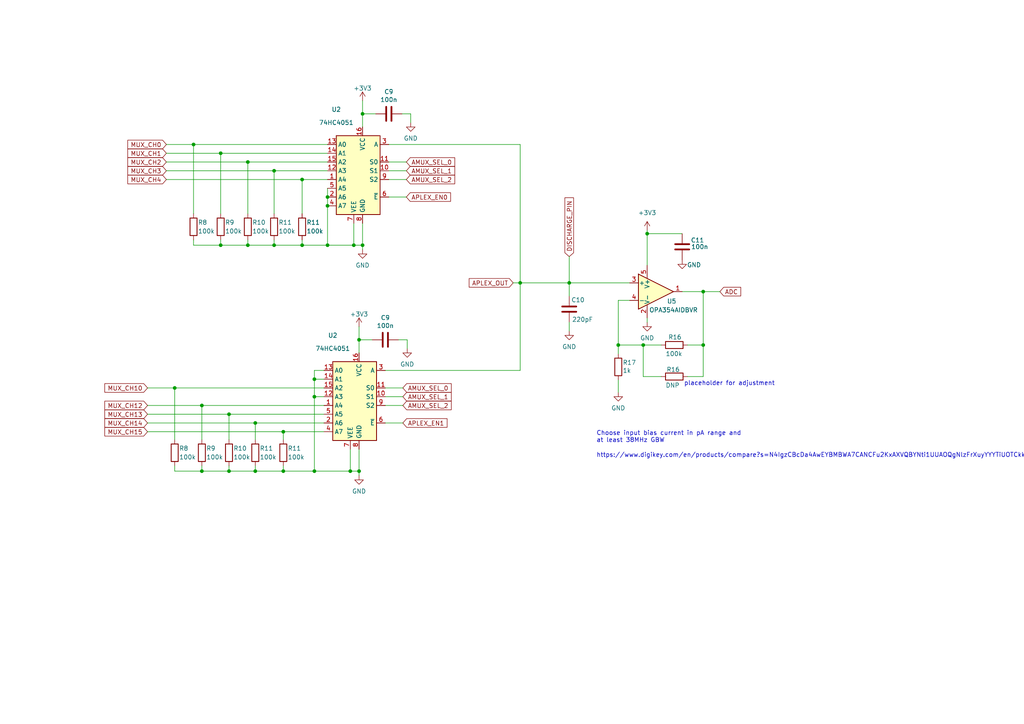
<source format=kicad_sch>
(kicad_sch (version 20230121) (generator eeschema)
  (paper "A4")
  (title_block (title "Le Capybara") (date "2024-02-21") (rev "1.0") (company "sporkus"))
  (lib_symbols
    (symbol "74xx:74HC4051"
      (property "Reference" "U" (at -5.08 11.43 0))
      (property "Value" "74HC4051" (at -7.62 -13.97 0))
      (symbol "74HC4051_0_1"
        (rectangle (start -5.08 10.16) (end 7.62 -12.7) (stroke (width 0.254)) (fill (type background)))
      )
      (symbol "74HC4051_1_1"
        (pin passive line (at 10.16 -2.54 180) (length 2.54) (name "A4") (number "1"))
        (pin input line (at -7.62 0 0) (length 2.54) (name "S1") (number "10"))
        (pin input line (at -7.62 2.54 0) (length 2.54) (name "S0") (number "11"))
        (pin passive line (at 10.16 0 180) (length 2.54) (name "A3") (number "12"))
        (pin passive line (at 10.16 7.62 180) (length 2.54) (name "A0") (number "13"))
        (pin passive line (at 10.16 5.08 180) (length 2.54) (name "A1") (number "14"))
        (pin passive line (at 10.16 2.54 180) (length 2.54) (name "A2") (number "15"))
        (pin power_in line (at 0 12.7 270) (length 2.54) (name "VCC") (number "16"))
        (pin passive line (at 10.16 -7.62 180) (length 2.54) (name "A6") (number "2"))
        (pin passive line (at -7.62 7.62 0) (length 2.54) (name "A") (number "3"))
        (pin passive line (at 10.16 -10.16 180) (length 2.54) (name "A7") (number "4"))
        (pin passive line (at 10.16 -5.08 180) (length 2.54) (name "A5") (number "5"))
        (pin input line (at -7.62 -7.62 0) (length 2.54) (name "~{E}") (number "6"))
        (pin power_in line (at 2.54 -15.24 90) (length 2.54) (name "VEE") (number "7"))
        (pin power_in line (at 0 -15.24 90) (length 2.54) (name "GND") (number "8"))
        (pin input line (at -7.62 -2.54 0) (length 2.54) (name "S2") (number "9"))
      )
    )
    (symbol "Amplifier_Operational:OPA340NA" (pin_names (offset 0.127))
      (property "Reference" "U" (at -1.27 6.35 0))
      (property "Value" "OPA340NA" (at -1.27 3.81 0))
      (symbol "OPA340NA_0_1"
        (polyline (pts (xy -5.08 5.08) (xy 5.08 0) (xy -5.08 -5.08) (xy -5.08 5.08)) (stroke (width 0.254)) (fill (type background)))
        (pin power_in line (at -2.54 -7.62 90) (length 3.81) (name "V-") (number "2"))
        (pin power_in line (at -2.54 7.62 270) (length 3.81) (name "V+") (number "5"))
      )
      (symbol "OPA340NA_1_1"
        (pin output line (at 7.62 0 180) (length 2.54) (name "~") (number "1"))
        (pin input line (at -7.62 2.54 0) (length 2.54) (name "+") (number "3"))
        (pin input line (at -7.62 -2.54 0) (length 2.54) (name "-") (number "4"))
      )
    )
    (symbol "Device:C" (pin_numbers hide) (pin_names (offset 0.254))
      (property "Reference" "C" (at 0.635 2.54 0))
      (property "Value" "C" (at 0.635 -2.54 0))
      (symbol "C_0_1"
        (polyline (pts (xy -2.032 -0.762) (xy 2.032 -0.762)) (stroke (width 0.508)))
        (polyline (pts (xy -2.032 0.762) (xy 2.032 0.762)) (stroke (width 0.508)))
      )
      (symbol "C_1_1"
        (pin passive line (at 0 3.81 270) (length 2.794) (name "~") (number "1"))
        (pin passive line (at 0 -3.81 90) (length 2.794) (name "~") (number "2"))
      )
    )
    (symbol "Device:R" (pin_numbers hide) (pin_names (offset 0))
      (property "Reference" "R" (at 2.032 0 90))
      (property "Value" "R" (at 0 0 90))
      (symbol "R_0_1"
        (rectangle (start -1.016 -2.54) (end 1.016 2.54) (stroke (width 0.254)))
      )
      (symbol "R_1_1"
        (pin passive line (at 0 3.81 270) (length 1.27) (name "~") (number "1"))
        (pin passive line (at 0 -3.81 90) (length 1.27) (name "~") (number "2"))
      )
    )
    (symbol "power:+3.3V" (power) (pin_names (offset 0))
      (property "Value" "+3.3V" (at 0 3.556 0))
      (symbol "+3.3V_0_1"
        (polyline (pts (xy -0.762 1.27) (xy 0 2.54)))
        (polyline (pts (xy 0 0) (xy 0 2.54)))
        (polyline (pts (xy 0 2.54) (xy 0.762 1.27)))
      )
      (symbol "+3.3V_1_1"
        (pin power_in line (at 0 0 90) (length 0) hide (name "+3V3") (number "1"))
      )
    )
    (symbol "power:GND" (power) (pin_names (offset 0))
      (property "Value" "GND" (at 0 -3.81 0))
      (symbol "GND_0_1"
        (polyline (pts (xy 0 0) (xy 0 -1.27) (xy 1.27 -1.27) (xy 0 -2.54) (xy -1.27 -1.27) (xy 0 -1.27)))
      )
      (symbol "GND_1_1"
        (pin power_in line (at 0 0 270) (length 0) hide (name "GND") (number "1"))
      )
    )
  )
  (junction (at 58.547 136.652))
  (junction (at 165.1 82.042))
  (junction (at 87.63 71.12))
  (junction (at 203.962 100.076))
  (junction (at 91.186 115.062))
  (junction (at 82.169 125.222))
  (junction (at 150.876 82.042))
  (junction (at 79.502 49.53))
  (junction (at 91.186 136.652))
  (junction (at 91.186 109.982))
  (junction (at 102.616 71.12))
  (junction (at 71.882 46.99))
  (junction (at 71.882 71.12))
  (junction (at 203.962 84.582))
  (junction (at 87.63 52.07))
  (junction (at 64.008 71.12))
  (junction (at 58.547 117.602))
  (junction (at 64.008 44.45))
  (junction (at 104.14 136.652))
  (junction (at 66.421 136.652))
  (junction (at 94.996 59.69))
  (junction (at 94.996 57.15))
  (junction (at 74.041 122.682))
  (junction (at 101.6 136.652))
  (junction (at 50.673 112.522))
  (junction (at 105.156 33.02))
  (junction (at 79.502 71.12))
  (junction (at 82.169 136.652))
  (junction (at 179.324 100.076))
  (junction (at 66.421 120.142))
  (junction (at 105.156 71.12))
  (junction (at 104.14 98.552))
  (junction (at 74.041 136.652))
  (junction (at 94.996 71.12))
  (junction (at 56.134 41.91))
  (junction (at 186.563 100.076))
  (junction (at 187.706 67.7734))
  (wire (pts (xy 74.041 122.682) (xy 93.98 122.682)))
  (wire (pts (xy 165.1 82.042) (xy 182.626 82.042)))
  (wire (pts (xy 79.502 69.596) (xy 79.502 71.12)))
  (wire (pts (xy 91.186 109.982) (xy 91.186 115.062)))
  (wire (pts (xy 94.996 52.07) (xy 87.63 52.07)))
  (wire (pts (xy 115.57 98.552) (xy 118.11 98.552)))
  (wire (pts (xy 119.126 33.02) (xy 119.126 35.56)))
  (wire (pts (xy 150.876 82.042) (xy 150.876 41.91)))
  (wire (pts (xy 87.63 61.976) (xy 87.63 52.07)))
  (wire (pts (xy 66.421 135.128) (xy 66.421 136.652)))
  (wire (pts (xy 112.776 41.91) (xy 150.876 41.91)))
  (wire (pts (xy 91.186 136.652) (xy 101.6 136.652)))
  (wire (pts (xy 117.856 57.15) (xy 112.776 57.15)))
  (wire (pts (xy 150.876 107.442) (xy 111.76 107.442)))
  (wire (pts (xy 82.169 135.128) (xy 82.169 136.652)))
  (wire (pts (xy 91.186 109.982) (xy 93.98 109.982)))
  (wire (pts (xy 50.673 112.522) (xy 93.98 112.522)))
  (wire (pts (xy 58.547 117.602) (xy 93.98 117.602)))
  (wire (pts (xy 105.156 33.02) (xy 105.156 36.83)))
  (wire (pts (xy 165.1 93.472) (xy 165.1 96.012)))
  (wire (pts (xy 199.39 100.076) (xy 203.962 100.076)))
  (wire (pts (xy 186.563 100.076) (xy 191.77 100.076)))
  (wire (pts (xy 112.776 52.07) (xy 117.856 52.07)))
  (wire (pts (xy 101.6 136.652) (xy 104.14 136.652)))
  (wire (pts (xy 94.996 49.53) (xy 79.502 49.53)))
  (wire (pts (xy 66.421 120.142) (xy 66.421 127.508)))
  (wire (pts (xy 187.706 67.7734) (xy 197.866 67.7734)))
  (wire (pts (xy 71.882 69.596) (xy 71.882 71.12)))
  (wire (pts (xy 48.26 44.45) (xy 64.008 44.45)))
  (wire (pts (xy 102.616 71.12) (xy 105.156 71.12)))
  (wire (pts (xy 58.547 117.602) (xy 58.547 127.508)))
  (wire (pts (xy 87.63 71.12) (xy 94.996 71.12)))
  (wire (pts (xy 82.169 125.222) (xy 82.169 127.508)))
  (wire (pts (xy 64.008 71.12) (xy 71.882 71.12)))
  (wire (pts (xy 150.876 107.442) (xy 150.876 82.042)))
  (wire (pts (xy 94.996 59.69) (xy 94.996 71.12)))
  (wire (pts (xy 101.6 130.302) (xy 101.6 136.652)))
  (wire (pts (xy 203.962 109.22) (xy 203.962 100.076)))
  (wire (pts (xy 203.962 84.582) (xy 197.866 84.582)))
  (wire (pts (xy 74.041 135.128) (xy 74.041 136.652)))
  (wire (pts (xy 111.76 112.522) (xy 116.84 112.522)))
  (wire (pts (xy 116.84 122.682) (xy 111.76 122.682)))
  (wire (pts (xy 56.134 41.91) (xy 94.996 41.91)))
  (wire (pts (xy 107.95 98.552) (xy 104.14 98.552)))
  (wire (pts (xy 42.799 125.222) (xy 82.169 125.222)))
  (wire (pts (xy 74.041 136.652) (xy 82.169 136.652)))
  (wire (pts (xy 105.156 72.39) (xy 105.156 71.12)))
  (wire (pts (xy 48.26 49.53) (xy 79.502 49.53)))
  (wire (pts (xy 118.11 98.552) (xy 118.11 101.092)))
  (wire (pts (xy 187.706 67.7734) (xy 187.706 76.962)))
  (wire (pts (xy 91.186 107.442) (xy 93.98 107.442)))
  (wire (pts (xy 102.616 64.77) (xy 102.616 71.12)))
  (wire (pts (xy 91.186 115.062) (xy 93.98 115.062)))
  (wire (pts (xy 150.876 82.042) (xy 165.1 82.042)))
  (wire (pts (xy 58.547 135.128) (xy 58.547 136.652)))
  (wire (pts (xy 50.673 112.522) (xy 50.673 127.508)))
  (wire (pts (xy 50.673 136.652) (xy 58.547 136.652)))
  (wire (pts (xy 56.134 71.12) (xy 64.008 71.12)))
  (wire (pts (xy 91.186 107.442) (xy 91.186 109.982)))
  (wire (pts (xy 82.169 125.222) (xy 93.98 125.222)))
  (wire (pts (xy 56.134 69.596) (xy 56.134 71.12)))
  (wire (pts (xy 105.156 64.77) (xy 105.156 71.12)))
  (wire (pts (xy 50.673 135.128) (xy 50.673 136.652)))
  (wire (pts (xy 91.186 115.062) (xy 91.186 136.652)))
  (wire (pts (xy 94.996 44.45) (xy 64.008 44.45)))
  (wire (pts (xy 203.962 84.582) (xy 203.962 100.076)))
  (wire (pts (xy 104.14 137.922) (xy 104.14 136.652)))
  (wire (pts (xy 105.156 29.21) (xy 105.156 33.02)))
  (wire (pts (xy 71.882 71.12) (xy 79.502 71.12)))
  (wire (pts (xy 58.547 136.652) (xy 66.421 136.652)))
  (wire (pts (xy 186.563 109.22) (xy 186.563 100.076)))
  (wire (pts (xy 111.76 115.062) (xy 116.84 115.062)))
  (wire (pts (xy 42.799 117.602) (xy 58.547 117.602)))
  (wire (pts (xy 48.26 52.07) (xy 87.63 52.07)))
  (wire (pts (xy 94.996 54.61) (xy 94.996 57.15)))
  (wire (pts (xy 112.776 49.53) (xy 117.856 49.53)))
  (wire (pts (xy 165.1 74.422) (xy 165.1 82.042)))
  (wire (pts (xy 71.882 61.976) (xy 71.882 46.99)))
  (wire (pts (xy 116.586 33.02) (xy 119.126 33.02)))
  (wire (pts (xy 165.1 82.042) (xy 165.1 85.852)))
  (wire (pts (xy 104.14 98.552) (xy 104.14 102.362)))
  (wire (pts (xy 111.76 117.602) (xy 116.84 117.602)))
  (wire (pts (xy 64.008 69.596) (xy 64.008 71.12)))
  (wire (pts (xy 82.169 136.652) (xy 91.186 136.652)))
  (wire (pts (xy 179.324 110.236) (xy 179.324 113.792)))
  (wire (pts (xy 64.008 61.976) (xy 64.008 44.45)))
  (wire (pts (xy 104.14 94.742) (xy 104.14 98.552)))
  (wire (pts (xy 199.39 109.22) (xy 203.962 109.22)))
  (wire (pts (xy 66.421 120.142) (xy 93.98 120.142)))
  (wire (pts (xy 104.14 130.302) (xy 104.14 136.652)))
  (wire (pts (xy 48.26 41.91) (xy 56.134 41.91)))
  (wire (pts (xy 108.966 33.02) (xy 105.156 33.02)))
  (wire (pts (xy 66.421 136.652) (xy 74.041 136.652)))
  (wire (pts (xy 48.26 46.99) (xy 71.882 46.99)))
  (wire (pts (xy 112.776 46.99) (xy 117.856 46.99)))
  (wire (pts (xy 42.799 120.142) (xy 66.421 120.142)))
  (wire (pts (xy 203.962 84.582) (xy 208.788 84.582)))
  (wire (pts (xy 94.996 57.15) (xy 94.996 59.69)))
  (wire (pts (xy 42.799 112.522) (xy 50.673 112.522)))
  (wire (pts (xy 186.563 109.22) (xy 191.77 109.22)))
  (wire (pts (xy 179.324 87.122) (xy 179.324 100.076)))
  (wire (pts (xy 187.706 66.802) (xy 187.706 67.7734)))
  (wire (pts (xy 94.996 71.12) (xy 102.616 71.12)))
  (wire (pts (xy 179.324 100.076) (xy 179.324 102.616)))
  (wire (pts (xy 94.996 46.99) (xy 71.882 46.99)))
  (wire (pts (xy 74.041 122.682) (xy 74.041 127.508)))
  (wire (pts (xy 148.844 82.042) (xy 150.876 82.042)))
  (wire (pts (xy 87.63 69.596) (xy 87.63 71.12)))
  (wire (pts (xy 42.799 122.682) (xy 74.041 122.682)))
  (wire (pts (xy 56.134 61.976) (xy 56.134 41.91)))
  (wire (pts (xy 187.706 92.202) (xy 187.706 93.472)))
  (wire (pts (xy 179.324 100.076) (xy 186.563 100.076)))
  (wire (pts (xy 179.324 87.122) (xy 182.626 87.122)))
  (wire (pts (xy 79.502 49.53) (xy 79.502 61.976)))
  (wire (pts (xy 79.502 71.12) (xy 87.63 71.12)))
  (text "placeholder for adjustment" (at 198.374 112.014 0) (effects (font (size 1.27 1.27)) (justify left bottom)))
  (text "https://www.digikey.com/en/products/compare?s=N4IgzCBcDa4AwEYBMBWA7CANCFu2KxAXVQBYNti1UUAOQgNlzFrXuyYYYTiUOTCkkATlIp%2BSMCiRJaCfmjSlaU8QF1spKCAD0AUwB2OgA4AnAPYATAK4BjAC4BnHQDMAlgBt7e0zo9uDPQBDXyCAW2N-dx9nAMd7U2sww3sg%2BzdzAwBac2Ms8ONHLIAjaxcXH3yI5wZWAH5HAF4AOVIASQBzACsAYQAhW3MAcQB3AGkRgEFSAEcOgFkALQBFIYBNAFF5yaQ%2Bg0njDoARZeOkAFUdt0n5kbbJjcnHDr62vr02gA9JgBlJyZG8ycXUckzCAAkZiM0PYABYuSwGcHgjakMAAKTc6L6IxGcE%2BADUAEoEkbGWgAN3MsPOIxQFLWvQAYsUjkEANYAT3Bbi4KA6AHkAF4MJnNIXLRY7Sb7I7GAAaY1hAAViqR0R5%2BbCwkLugB1IUzBgAUl2nzGKAFPTCPVs7L0tvm8s%2BHVsAGUZsY1sUNj0enrJj1ObYiR0CUcPOdTe8%2BudmtZ2XAGAShQTjHqgwwiaZItZFt0E9GxvZ2eikEFzj0gnpisIER5LHoCQgmfKACp6o5HNbNBjy%2BXFIXy8wCywdT4bGZE5aRtbRxbnc60UgeMJgeaKPSLWw9PQjI5C8w-Aw9aNBTk9eWTLqWIXKgV6DoeJD4LIC5pOWG0SykCkEjqTPKer3JMtiBigyyPJMBLLJMY59D8tiPHo8rLMI4IjGETJTEyYEbEoUHypybjNAYaycn0kxBBsHSdiMRJMm0TIbOcYBMpRGwbNG6KfBinweG0QrJNI5xCm4Qawn0Qp6HopAIJMYzLEGxg9GMepEuc6KLCgQQ9D81jOtGbacrB6JgEcfQLqYNKmJ85wzAg8o-Aw9lEm4YzorCJlupMbQEj0pBrG45x6m48xtm4tBrG2HiLJ88o9G2wxuvMRwdD08zLJy2JjH0fRtjWbQ9P86ITLQ4KkJMRxhNGQyfH0Ar3Ey5h9GMxl6EcjiLF0MyWGgYzgpMRakJBPTgsU6xtGE5jzAY5wIGgQQwbYWRuOCyz9i4xU9CsSDNJ8-QdJyQx9BSAFEmAHG0OYiwGCRYAbV0kyfG4cDonqAEgAAvkAA" (at 172.974 132.842 0) (effects (font (size 1.27 1.27)) (justify left bottom)))
  (text "Choose input bias current in pA range and\nat least 38MHz GBW" (at 172.974 128.524 0) (effects (font (size 1.27 1.27)) (justify left bottom)))
  (global_label "AMUX_SEL_2" (shape input) (at 117.856 52.07 0) (property "Intersheetrefs" "${INTERSHEET_REFS}" (effects hide)))
  (global_label "MUX_CH14" (shape input) (at 42.799 122.682 180) (property "Intersheetrefs" "${INTERSHEET_REFS}" (effects hide)))
  (global_label "AMUX_SEL_0" (shape input) (at 117.856 46.99 0) (property "Intersheetrefs" "${INTERSHEET_REFS}" (effects hide)))
  (global_label "MUX_CH3" (shape input) (at 48.26 49.53 180) (property "Intersheetrefs" "${INTERSHEET_REFS}" (effects hide)))
  (global_label "MUX_CH12" (shape input) (at 42.799 117.602 180) (property "Intersheetrefs" "${INTERSHEET_REFS}" (effects hide)))
  (global_label "ADC" (shape input) (at 208.788 84.582 0) (property "Intersheetrefs" "${INTERSHEET_REFS}" (effects hide)))
  (global_label "APLEX_EN0" (shape input) (at 117.856 57.15 0) (property "Intersheetrefs" "${INTERSHEET_REFS}" (effects hide)))
  (global_label "APLEX_OUT" (shape input) (at 148.844 82.042 180) (property "Intersheetrefs" "${INTERSHEET_REFS}" (effects hide)))
  (global_label "MUX_CH15" (shape input) (at 42.799 125.222 180) (property "Intersheetrefs" "${INTERSHEET_REFS}" (effects hide)))
  (global_label "MUX_CH13" (shape input) (at 42.799 120.142 180) (property "Intersheetrefs" "${INTERSHEET_REFS}" (effects hide)))
  (global_label "DISCHARGE_PIN" (shape input) (at 165.1 74.422 90) (property "Intersheetrefs" "${INTERSHEET_REFS}" (effects hide)))
  (global_label "APLEX_EN1" (shape input) (at 116.84 122.682 0) (property "Intersheetrefs" "${INTERSHEET_REFS}" (effects hide)))
  (global_label "MUX_CH4" (shape input) (at 48.26 52.07 180) (property "Intersheetrefs" "${INTERSHEET_REFS}" (effects hide)))
  (global_label "MUX_CH10" (shape input) (at 42.799 112.522 180) (property "Intersheetrefs" "${INTERSHEET_REFS}" (effects hide)))
  (global_label "AMUX_SEL_0" (shape input) (at 116.84 112.522 0) (property "Intersheetrefs" "${INTERSHEET_REFS}" (effects hide)))
  (global_label "MUX_CH1" (shape input) (at 48.26 44.45 180) (property "Intersheetrefs" "${INTERSHEET_REFS}" (effects hide)))
  (global_label "AMUX_SEL_2" (shape input) (at 116.84 117.602 0) (property "Intersheetrefs" "${INTERSHEET_REFS}" (effects hide)))
  (global_label "MUX_CH2" (shape input) (at 48.26 46.99 180) (property "Intersheetrefs" "${INTERSHEET_REFS}" (effects hide)))
  (global_label "MUX_CH0" (shape input) (at 48.26 41.91 180) (property "Intersheetrefs" "${INTERSHEET_REFS}" (effects hide)))
  (global_label "AMUX_SEL_1" (shape input) (at 116.84 115.062 0) (property "Intersheetrefs" "${INTERSHEET_REFS}" (effects hide)))
  (global_label "AMUX_SEL_1" (shape input) (at 117.856 49.53 0) (property "Intersheetrefs" "${INTERSHEET_REFS}" (effects hide)))
  (symbol (lib_id "Device:R") (at 56.134 65.786 0) (unit 1)
    (property "Reference" "R8" (at 57.404 64.516 0) (effects (justify left)))
    (property "Value" "100k" (at 57.404 67.056 0) (effects (justify left)))
    (property "Footprint" "Resistor_SMD:R_0402_1005Metric" (effects hide))
    (property "LCSC" "C25741" (effects hide))
    (instances (project "analog" (path "" (reference "R8") (unit 1))) (project "le_capybara" (path "" (reference "R7") (unit 1))) (project "EC60-Rev_1_1" (path "" (reference "R8") (unit 1))))
  )
  (symbol (lib_id "power:GND") (at 104.14 137.922 0) (unit 1)
    (property "Reference" "#PWR036" (effects hide))
    (property "Value" "GND" (at 104.14 142.4845 0))
  )
  (symbol (lib_id "Device:R") (at 195.58 109.22 270) (unit 1) (in_bom no)
    (property "Reference" "R16" (at 193.294 107.188 90) (effects (justify left)))
    (property "Value" "DNP" (at 193.04 111.76 90) (effects (justify left)))
    (property "Footprint" "Resistor_SMD:R_0402_1005Metric" (effects hide))
    (instances (project "analog" (path "" (reference "R16") (unit 1))) (project "le_capybara" (path "" (reference "R18") (unit 1))) (project "EC60-Rev_1_1" (path "" (reference "R16") (unit 1))))
  )
  (symbol (lib_id "Device:R") (at 82.169 131.318 0) (unit 1)
    (property "Reference" "R11" (at 83.439 130.048 0) (effects (justify left)))
    (property "Value" "100k" (at 83.439 132.588 0) (effects (justify left)))
    (property "Footprint" "Resistor_SMD:R_0402_1005Metric" (effects hide))
    (property "LCSC" "C25741" (effects hide))
    (instances (project "analog" (path "" (reference "R11") (unit 1))) (project "le_capybara" (path "" (reference "R17") (unit 1))) (project "EC60-Rev_1_1" (path "" (reference "R11") (unit 1))))
  )
  (symbol (lib_id "power:+3.3V") (at 105.156 29.21 0) (unit 1)
    (property "Reference" "#PWR033" (effects hide))
    (property "Value" "+3.3V" (at 105.156 25.6055 0))
    (instances (project "analog" (path "" (reference "#PWR033") (unit 1))) (project "le_capybara" (path "" (reference "#PWR019") (unit 1))) (project "EC60-Rev_1_1" (path "" (reference "#PWR033") (unit 1))))
  )
  (symbol (lib_id "Device:C") (at 112.776 33.02 270) (unit 1)
    (property "Reference" "C9" (at 112.776 26.6192 90))
    (property "Value" "100n" (at 112.776 28.9306 90))
    (property "Footprint" "Capacitor_SMD:C_0402_1005Metric" (effects hide))
    (property "LCSC" "C307331" (effects hide))
    (instances (project "analog" (path "" (reference "C9") (unit 1))) (project "le_capybara" (path "" (reference "C13") (unit 1))) (project "EC60-Rev_1_1" (path "" (reference "C9") (unit 1))))
  )
  (symbol (lib_id "power:GND") (at 119.126 35.56 0) (unit 1)
    (property "Reference" "#PWR034" (effects hide))
    (property "Value" "GND" (at 119.126 40.1225 0))
    (instances (project "analog" (path "" (reference "#PWR034") (unit 1))) (project "le_capybara" (path "" (reference "#PWR020") (unit 1))) (project "EC60-Rev_1_1" (path "" (reference "#PWR034") (unit 1))))
  )
  (symbol (lib_id "Amplifier_Operational:OPA340NA") (at 190.246 84.582 0) (unit 1)
    (property "Reference" "U5" (at 194.818 87.376 0))
    (property "Value" "OPA354AIDBVR " (at 195.834 89.916 0))
    (property "Footprint" "Package_TO_SOT_SMD:SOT-23-5" (effects hide))
    (property "Datasheet" "https://www.ti.com/lit/ds/symlink/opa354.pdf" (effects hide))
  )
  (symbol (lib_id "Device:R") (at 79.502 65.786 0) (unit 1)
    (property "Reference" "R11" (at 80.772 64.516 0) (effects (justify left)))
    (property "Value" "100k" (at 80.772 67.056 0) (effects (justify left)))
    (property "Footprint" "Resistor_SMD:R_0402_1005Metric" (effects hide))
    (property "LCSC" "C25741" (effects hide))
    (instances (project "analog" (path "" (reference "R11") (unit 1))) (project "le_capybara" (path "" (reference "R10") (unit 1))) (project "EC60-Rev_1_1" (path "" (reference "R11") (unit 1))))
  )
  (symbol (lib_id "74xx:74HC4051") (at 105.156 49.53 0) (mirror y) (unit 1)
    (property "Reference" "U2" (at 97.536 31.75 0))
    (property "Value" "74HC4051" (at 97.536 35.56 0))
    (property "Footprint" "Package_SO:TSSOP-16_4.4x5mm_P0.65mm" (effects hide))
    (property "Datasheet" "http://www.ti.com/lit/ds/symlink/cd74hc4051.pdf" (effects hide))
    (property "LCSC" "C5645" (effects hide))
    (property "JlcRotOffset" "90" (effects hide))
    (instances (project "analog" (path "" (reference "U2") (unit 1))) (project "le_capybara" (path "" (reference "U4") (unit 1))) (project "EC60-Rev_1_1" (path "" (reference "U2") (unit 1))))
  )
  (symbol (lib_id "power:GND") (at 118.11 101.092 0) (unit 1)
    (property "Reference" "#PWR034" (effects hide))
    (property "Value" "GND" (at 118.11 105.6545 0))
    (instances (project "analog" (path "" (reference "#PWR034") (unit 1))) (project "le_capybara" (path "" (reference "#PWR035") (unit 1))) (project "EC60-Rev_1_1" (path "" (reference "#PWR034") (unit 1))))
  )
  (symbol (lib_id "power:+3.3V") (at 104.14 94.742 0) (unit 1)
    (property "Reference" "#PWR033" (effects hide))
    (property "Value" "+3.3V" (at 104.14 91.1375 0))
    (instances (project "analog" (path "" (reference "#PWR033") (unit 1))) (project "le_capybara" (path "" (reference "#PWR034") (unit 1))) (project "EC60-Rev_1_1" (path "" (reference "#PWR033") (unit 1))))
  )
  (symbol (lib_id "power:GND") (at 187.706 93.472 0) (unit 1)
    (property "Reference" "#PWR041" (effects hide))
    (property "Value" "GND" (at 187.706 98.0345 0))
    (instances (project "analog" (path "" (reference "#PWR041") (unit 1))) (project "le_capybara" (path "" (reference "#PWR028") (unit 1))) (project "EC60-Rev_1_1" (path "" (reference "#PWR041") (unit 1))))
  )
  (symbol (lib_id "power:GND") (at 179.324 113.792 0) (unit 1)
    (property "Reference" "#PWR041" (effects hide))
    (property "Value" "GND" (at 179.324 118.3545 0))
    (instances (project "analog" (path "" (reference "#PWR041") (unit 1))) (project "le_capybara" (path "" (reference "#PWR032") (unit 1))) (project "EC60-Rev_1_1" (path "" (reference "#PWR041") (unit 1))))
  )
  (symbol (lib_id "Device:C") (at 197.866 71.5834 0) (mirror x) (unit 1)
    (property "Reference" "C11" (at 202.311 69.6784 0))
    (property "Value" "100n" (at 202.946 71.5834 0))
    (property "Footprint" "Capacitor_SMD:C_0402_1005Metric" (effects hide))
    (property "LCSC" "C307331" (effects hide))
    (instances (project "analog" (path "" (reference "C11") (unit 1))) (project "le_capybara" (path "" (reference "C15") (unit 1))) (project "EC60-Rev_1_1" (path "" (reference "C11") (unit 1))))
  )
  (symbol (lib_id "Device:R") (at 87.63 65.786 0) (unit 1)
    (property "Reference" "R11" (at 88.9 64.516 0) (effects (justify left)))
    (property "Value" "100k" (at 88.9 67.056 0) (effects (justify left)))
    (property "Footprint" "Resistor_SMD:R_0402_1005Metric" (effects hide))
    (property "LCSC" "C25741" (effects hide))
  )
  (symbol (lib_id "power:GND") (at 105.156 72.39 0) (unit 1)
    (property "Reference" "#PWR036" (effects hide))
    (property "Value" "GND" (at 105.156 76.9525 0))
    (instances (project "analog" (path "" (reference "#PWR036") (unit 1))) (project "le_capybara" (path "" (reference "#PWR031") (unit 1))) (project "EC60-Rev_1_1" (path "" (reference "#PWR036") (unit 1))))
  )
  (symbol (lib_id "Device:R") (at 74.041 131.318 0) (unit 1)
    (property "Reference" "R11" (at 75.311 130.048 0) (effects (justify left)))
    (property "Value" "100k" (at 75.311 132.588 0) (effects (justify left)))
    (property "Footprint" "Resistor_SMD:R_0402_1005Metric" (effects hide))
    (property "LCSC" "C25741" (effects hide))
    (instances (project "analog" (path "" (reference "R11") (unit 1))) (project "le_capybara" (path "" (reference "R16") (unit 1))) (project "EC60-Rev_1_1" (path "" (reference "R11") (unit 1))))
  )
  (symbol (lib_id "Device:R") (at 195.58 100.076 270) (unit 1)
    (property "Reference" "R16" (at 193.802 97.79 90) (effects (justify left)))
    (property "Value" "100k" (at 193.04 102.616 90) (effects (justify left)))
    (property "Footprint" "Resistor_SMD:R_0402_1005Metric" (effects hide))
    (property "LCSC" "C25741" (effects hide))
    (instances (project "analog" (path "" (reference "R16") (unit 1))) (project "le_capybara" (path "" (reference "R6") (unit 1))) (project "EC60-Rev_1_1" (path "" (reference "R16") (unit 1))))
  )
  (symbol (lib_id "Device:C") (at 111.76 98.552 270) (unit 1)
    (property "Reference" "C9" (at 111.76 92.1512 90))
    (property "Value" "100n" (at 111.76 94.4626 90))
    (property "Footprint" "Capacitor_SMD:C_0402_1005Metric" (effects hide))
    (property "LCSC" "C307331" (effects hide))
    (instances (project "analog" (path "" (reference "C9") (unit 1))) (project "le_capybara" (path "" (reference "C16") (unit 1))) (project "EC60-Rev_1_1" (path "" (reference "C9") (unit 1))))
  )
  (symbol (lib_id "Device:C") (at 165.1 89.662 0) (unit 1)
    (property "Reference" "C10" (at 167.64 86.995 0))
    (property "Value" "220pF" (at 168.9534 92.6652 0))
    (property "Footprint" "Capacitor_SMD:C_0402_1005Metric" (effects hide))
    (property "LCSC" "C1530" (effects hide))
    (instances (project "analog" (path "" (reference "C10") (unit 1))) (project "le_capybara" (path "" (reference "C14") (unit 1))) (project "EC60-Rev_1_1" (path "" (reference "C10") (unit 1))))
  )
  (symbol (lib_id "74xx:74HC4051") (at 104.14 115.062 0) (mirror y) (unit 1)
    (property "Reference" "U2" (at 96.52 97.282 0))
    (property "Value" "74HC4051" (at 96.52 101.092 0))
    (property "Footprint" "Package_SO:TSSOP-16_4.4x5mm_P0.65mm" (effects hide))
    (property "Datasheet" "http://www.ti.com/lit/ds/symlink/cd74hc4051.pdf" (effects hide))
    (property "LCSC" "C5645" (effects hide))
    (property "JlcRotOffset" "90" (effects hide))
    (instances (project "analog" (path "" (reference "U2") (unit 1))) (project "le_capybara" (path "" (reference "U6") (unit 1))) (project "EC60-Rev_1_1" (path "" (reference "U2") (unit 1))))
  )
  (symbol (lib_id "Device:R") (at 71.882 65.786 0) (unit 1)
    (property "Reference" "R10" (at 73.152 64.516 0) (effects (justify left)))
    (property "Value" "100k" (at 73.152 67.056 0) (effects (justify left)))
    (property "Footprint" "Resistor_SMD:R_0402_1005Metric" (effects hide))
    (property "LCSC" "C25741" (effects hide))
    (instances (project "analog" (path "" (reference "R10") (unit 1))) (project "le_capybara" (path "" (reference "R9") (unit 1))) (project "EC60-Rev_1_1" (path "" (reference "R10") (unit 1))))
  )
  (symbol (lib_id "Device:R") (at 58.547 131.318 0) (unit 1)
    (property "Reference" "R9" (at 59.817 130.048 0) (effects (justify left)))
    (property "Value" "100k" (at 59.817 132.588 0) (effects (justify left)))
    (property "Footprint" "Resistor_SMD:R_0402_1005Metric" (effects hide))
    (property "LCSC" "C25741" (effects hide))
    (instances (project "analog" (path "" (reference "R9") (unit 1))) (project "le_capybara" (path "" (reference "R13") (unit 1))) (project "EC60-Rev_1_1" (path "" (reference "R9") (unit 1))))
  )
  (symbol (lib_id "Device:R") (at 50.673 131.318 0) (unit 1)
    (property "Reference" "R8" (at 51.943 130.048 0) (effects (justify left)))
    (property "Value" "100k" (at 51.943 132.588 0) (effects (justify left)))
    (property "Footprint" "Resistor_SMD:R_0402_1005Metric" (effects hide))
    (property "LCSC" "C25741" (effects hide))
    (instances (project "analog" (path "" (reference "R8") (unit 1))) (project "le_capybara" (path "" (reference "R12") (unit 1))) (project "EC60-Rev_1_1" (path "" (reference "R8") (unit 1))))
  )
  (symbol (lib_id "power:GND") (at 165.1 96.012 0) (unit 1)
    (property "Reference" "#PWR037" (effects hide))
    (property "Value" "GND" (at 165.1 100.5745 0))
    (instances (project "analog" (path "" (reference "#PWR037") (unit 1))) (project "le_capybara" (path "" (reference "#PWR029") (unit 1))) (project "EC60-Rev_1_1" (path "" (reference "#PWR037") (unit 1))))
  )
  (symbol (lib_id "Device:R") (at 66.421 131.318 0) (unit 1)
    (property "Reference" "R10" (at 67.691 130.048 0) (effects (justify left)))
    (property "Value" "100k" (at 67.691 132.588 0) (effects (justify left)))
    (property "Footprint" "Resistor_SMD:R_0402_1005Metric" (effects hide))
    (property "LCSC" "C25741" (effects hide))
    (instances (project "analog" (path "" (reference "R10") (unit 1))) (project "le_capybara" (path "" (reference "R14") (unit 1))) (project "EC60-Rev_1_1" (path "" (reference "R10") (unit 1))))
  )
  (symbol (lib_id "Device:R") (at 64.008 65.786 0) (unit 1)
    (property "Reference" "R9" (at 65.278 64.516 0) (effects (justify left)))
    (property "Value" "100k" (at 65.278 67.056 0) (effects (justify left)))
    (property "Footprint" "Resistor_SMD:R_0402_1005Metric" (effects hide))
    (property "LCSC" "C25741" (effects hide))
    (instances (project "analog" (path "" (reference "R9") (unit 1))) (project "le_capybara" (path "" (reference "R8") (unit 1))) (project "EC60-Rev_1_1" (path "" (reference "R9") (unit 1))))
  )
  (symbol (lib_id "power:+3.3V") (at 187.706 66.802 0) (unit 1)
    (property "Reference" "#PWR042" (effects hide))
    (property "Value" "+3.3V" (at 187.706 61.722 0))
    (instances (project "analog" (path "" (reference "#PWR042") (unit 1))) (project "le_capybara" (path "" (reference "#PWR033") (unit 1))) (project "EC60-Rev_1_1" (path "" (reference "#PWR042") (unit 1))))
  )
  (symbol (lib_id "Device:R") (at 179.324 106.426 0) (unit 1)
    (property "Reference" "R17" (at 180.594 105.156 0) (effects (justify left)))
    (property "Value" "1k" (at 180.594 107.4674 0) (effects (justify left)))
    (property "Footprint" "Resistor_SMD:R_0402_1005Metric" (effects hide))
    (property "LCSC" "C11702" (effects hide))
    (instances (project "analog" (path "" (reference "R17") (unit 1))) (project "le_capybara" (path "" (reference "R15") (unit 1))) (project "EC60-Rev_1_1" (path "" (reference "R17") (unit 1))))
  )
  (symbol (lib_id "power:GND") (at 197.866 75.3934 0) (unit 1)
    (property "Reference" "#PWR039" (effects hide))
    (property "Value" "GND" (at 201.295 76.835 0))
    (instances (project "analog" (path "" (reference "#PWR039") (unit 1))) (project "le_capybara" (path "" (reference "#PWR030") (unit 1))) (project "EC60-Rev_1_1" (path "" (reference "#PWR039") (unit 1))))
  )
)
</source>
